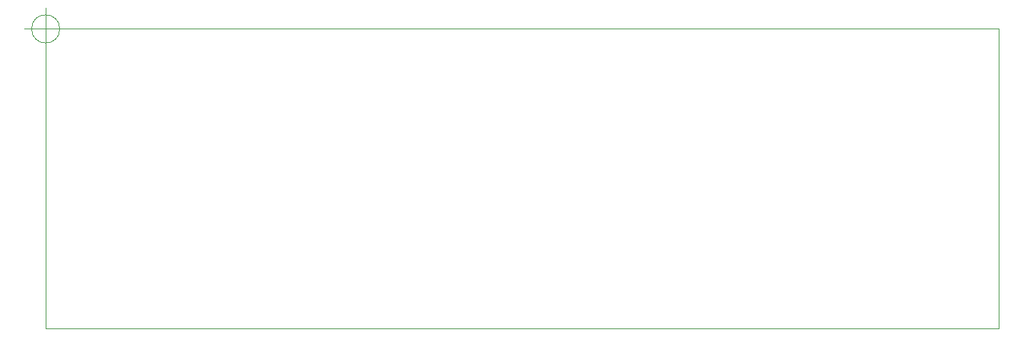
<source format=gbr>
%TF.GenerationSoftware,KiCad,Pcbnew,(5.1.10)-1*%
%TF.CreationDate,2021-07-03T16:07:00+02:00*%
%TF.ProjectId,mccake-5.25-inch-bay,6d636361-6b65-42d3-952e-32352d696e63,rev?*%
%TF.SameCoordinates,Original*%
%TF.FileFunction,Profile,NP*%
%FSLAX46Y46*%
G04 Gerber Fmt 4.6, Leading zero omitted, Abs format (unit mm)*
G04 Created by KiCad (PCBNEW (5.1.10)-1) date 2021-07-03 16:07:00*
%MOMM*%
%LPD*%
G01*
G04 APERTURE LIST*
%TA.AperFunction,Profile*%
%ADD10C,0.050000*%
%TD*%
G04 APERTURE END LIST*
D10*
X227330000Y-76200000D02*
X114300000Y-76200000D01*
X227330000Y-111760000D02*
X227330000Y-76200000D01*
X114300000Y-111760000D02*
X227330000Y-111760000D01*
X114300000Y-76200000D02*
X114300000Y-111760000D01*
X115966666Y-76200000D02*
G75*
G03*
X115966666Y-76200000I-1666666J0D01*
G01*
X111800000Y-76200000D02*
X116800000Y-76200000D01*
X114300000Y-73700000D02*
X114300000Y-78700000D01*
M02*

</source>
